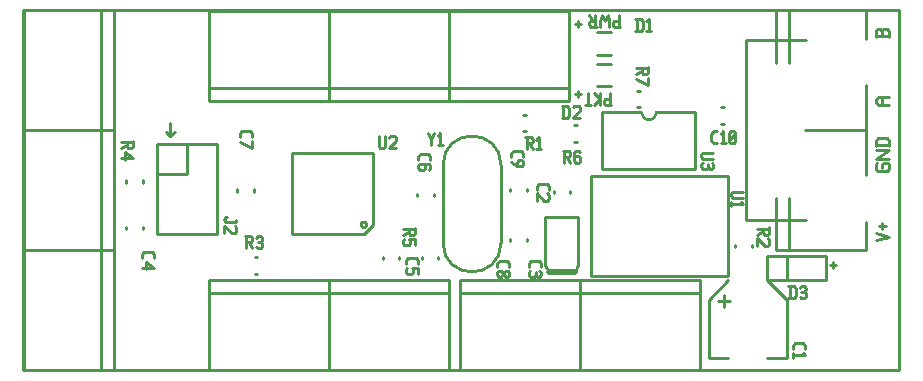
<source format=gbr>
G04 start of page 7 for group -4079 idx -4079 *
G04 Title: (unknown), topsilk *
G04 Creator: pcb 20110918 *
G04 CreationDate: Thu 04 Apr 2013 04:22:17 AM GMT UTC *
G04 For: railfan *
G04 Format: Gerber/RS-274X *
G04 PCB-Dimensions: 293000 121000 *
G04 PCB-Coordinate-Origin: lower left *
%MOIN*%
%FSLAX25Y25*%
%LNTOPSILK*%
%ADD85C,0.0200*%
%ADD84C,0.0100*%
G54D84*X500Y120500D02*X292500D01*
X500Y500D02*X292500D01*
Y120500D01*
X500D02*Y500D01*
Y40500D02*Y120500D01*
X49500Y83000D02*Y78500D01*
X51000Y80000D01*
X49500Y78500D02*X48000Y80000D01*
X199000Y119000D02*Y115000D01*
X197500D02*X199500D01*
X197500D02*X197000Y115500D01*
Y116500D02*Y115500D01*
X197500Y117000D02*X197000Y116500D01*
X197500Y117000D02*X199000D01*
X195800D02*Y115000D01*
Y117000D02*X195300Y119000D01*
X194300Y117000D01*
X193300Y119000D01*
X192800Y117000D01*
Y115000D01*
X189600D02*X191600D01*
X189600D02*X189100Y115500D01*
Y116500D02*Y115500D01*
X189600Y117000D02*X189100Y116500D01*
X189600Y117000D02*X191100D01*
Y119000D02*Y115000D01*
X190300Y117000D02*X189100Y119000D01*
X196000Y93000D02*Y89000D01*
X194500D02*X196500D01*
X194500D02*X194000Y89500D01*
Y90500D02*Y89500D01*
X194500Y91000D02*X194000Y90500D01*
X194500Y91000D02*X196000D01*
X192800Y93000D02*Y89000D01*
Y91000D02*X190800Y89000D01*
X192800Y91000D02*X190800Y93000D01*
X187600Y89000D02*X189600D01*
X188600Y93000D02*Y89000D01*
X184500Y116000D02*X186500D01*
X185500Y117000D02*Y115000D01*
X184500Y92500D02*X186500D01*
X185500Y93500D02*Y91500D01*
X284600Y69200D02*X285150Y69750D01*
X284600Y69200D02*Y67550D01*
X285150Y67000D02*X284600Y67550D01*
X285150Y67000D02*X288450D01*
X289000Y67550D01*
Y69200D02*Y67550D01*
Y69200D02*X288450Y69750D01*
X287350D02*X288450D01*
X286800Y69200D02*X287350Y69750D01*
X286800Y69200D02*Y68100D01*
X284600Y71070D02*X289000D01*
X284600D02*X289000Y73820D01*
X284600D02*X289000D01*
X284600Y75690D02*X289000D01*
X284600Y77120D02*X285370Y77890D01*
X288230D01*
X289000Y77120D02*X288230Y77890D01*
X289000Y77120D02*Y75140D01*
X284600Y77120D02*Y75140D01*
X285700Y89000D02*X289000D01*
X285700D02*X284600Y89770D01*
Y90980D02*Y89770D01*
Y90980D02*X285700Y91750D01*
X289000D01*
X286800D02*Y89000D01*
X289000Y113700D02*Y111500D01*
Y113700D02*X288450Y114250D01*
X287130D02*X288450D01*
X286580Y113700D02*X287130Y114250D01*
X286580Y113700D02*Y112050D01*
X284600D02*X289000D01*
X284600Y113700D02*Y111500D01*
Y113700D02*X285150Y114250D01*
X286030D01*
X286580Y113700D02*X286030Y114250D01*
X284600Y44000D02*X289000Y45100D01*
X284600Y46200D01*
X286800Y49720D02*Y47520D01*
X285700Y48620D02*X287900D01*
X269500Y35500D02*X271500D01*
X270500Y36500D02*Y34500D01*
X102500Y700D02*X142500D01*
X102500Y30700D02*X142500D01*
X102500Y26300D02*X142500D01*
X102500Y30700D02*Y700D01*
X142500Y30700D02*Y700D01*
X186000D02*X226000D01*
X186000Y30700D02*X226000D01*
X186000Y26300D02*X226000D01*
X186000Y30700D02*Y700D01*
X226000Y30700D02*Y700D01*
X146000D02*X186000D01*
X146000Y30700D02*X186000D01*
X146000Y26300D02*X186000D01*
X146000Y30700D02*Y700D01*
X186000Y30700D02*Y700D01*
X182755Y60436D02*Y59650D01*
X177245Y60436D02*Y59650D01*
X168255Y60936D02*Y60150D01*
X162745Y60936D02*Y60150D01*
G54D85*X175700Y33400D02*X184300D01*
G54D84*X185500Y35800D01*
Y51600D02*Y35800D01*
X174500Y51600D02*X185500D01*
X174500D02*Y35800D01*
X175700Y33400D01*
X162745Y44393D02*Y43607D01*
X168255Y44393D02*Y43607D01*
X137255Y59393D02*Y58607D01*
X131745Y59393D02*Y58607D01*
X133245Y38393D02*Y37607D01*
X138755Y38393D02*Y37607D01*
X125755Y38393D02*Y37607D01*
X120245Y38393D02*Y37607D01*
X700Y80500D02*Y40500D01*
X30700Y80500D02*Y40500D01*
X26300Y80500D02*Y40500D01*
X700Y80500D02*X30700D01*
X700Y40500D02*X30700D01*
X40255Y48350D02*Y47564D01*
X34745Y48350D02*Y47564D01*
Y63850D02*Y63064D01*
X40255Y63850D02*Y63064D01*
X77607Y38255D02*X78393D01*
X77607Y32745D02*X78393D01*
X77255Y60893D02*Y60107D01*
X71745Y60893D02*Y60107D01*
X700Y120500D02*Y80500D01*
X30700Y120500D02*Y80500D01*
X26300Y120500D02*Y80500D01*
X700Y120500D02*X30700D01*
X700Y80500D02*X30700D01*
X700Y40500D02*Y500D01*
X30700Y40500D02*Y500D01*
X26300Y40500D02*Y500D01*
X700Y40500D02*X30700D01*
X700Y500D02*X30700D01*
X45000Y76000D02*Y46000D01*
X65000D01*
Y76000D02*Y46000D01*
X45000Y76000D02*X65000D01*
X45000Y66000D02*X55000D01*
Y76000D02*Y66000D01*
X142500Y120300D02*X182500D01*
X142500Y90300D02*X182500D01*
X142500Y94700D02*X182500D01*
Y120300D02*Y90300D01*
X142500Y120300D02*Y90300D01*
X102500Y120300D02*X142500D01*
X102500Y90300D02*X142500D01*
X102500Y94700D02*X142500D01*
Y120300D02*Y90300D01*
X102500Y120300D02*Y90300D01*
X62500Y120300D02*X102500D01*
X62500Y90300D02*X102500D01*
X62500Y94700D02*X102500D01*
Y120300D02*Y90300D01*
X62500Y120300D02*Y90300D01*
X191638Y102740D02*X196362D01*
X191638Y95260D02*X196362D01*
X191543Y105760D02*X196267D01*
X191543Y113240D02*X196267D01*
X281300Y95500D02*Y80500D01*
Y120500D02*Y111000D01*
X251300Y120500D02*Y103000D01*
X255700Y120500D02*Y103000D01*
X251300Y120500D02*X281300D01*
X261000Y80500D02*X281300D01*
X241200Y110500D02*X261500D01*
X241200Y50500D02*X261500D01*
X241200Y110500D02*Y50500D01*
X205064Y93755D02*X205850D01*
X205064Y88245D02*X205850D01*
X167107Y80245D02*X167893D01*
X167107Y85755D02*X167893D01*
X184107Y76745D02*X184893D01*
X184107Y82255D02*X184893D01*
X229008Y4508D02*X235504D01*
X248496D02*X254992D01*
Y23996D02*Y4508D01*
X229008Y23996D02*Y4508D01*
X254992Y23996D02*X248496Y30492D01*
X229008Y23996D02*X235504Y30492D01*
X232000Y23500D02*X236000D01*
X234000Y25500D02*Y21500D01*
X62500Y700D02*X102500D01*
X62500Y30700D02*X102500D01*
X62500Y26300D02*X102500D01*
X62500Y30700D02*Y700D01*
X102500Y30700D02*Y700D01*
X189665Y65374D02*X235335D01*
X189665Y31910D02*X235335D01*
Y65374D02*Y31910D01*
X189665Y65374D02*Y31910D01*
X281300Y65500D02*Y80500D01*
Y50000D02*Y40500D01*
X251300Y58000D02*Y40500D01*
X255700Y58000D02*Y40500D01*
X251300D02*X281300D01*
X261000Y80500D02*X281300D01*
X248200Y30500D02*X267900D01*
X248200Y38500D02*X267900D01*
X248200Y30500D02*Y38500D01*
X267900Y30500D02*Y38500D01*
X255000Y30500D02*Y38500D01*
X233107Y88255D02*X233893D01*
X233107Y82745D02*X233893D01*
X193500Y86500D02*Y67500D01*
X224500D01*
Y86500D01*
X193500D02*X206500D01*
X224500D02*X211500D01*
X206500D02*G75*G03X211500Y86500I2500J0D01*G01*
X243255Y42393D02*Y41607D01*
X237745Y42393D02*Y41607D01*
X159646Y68992D02*Y43008D01*
X140354Y68992D02*Y43008D01*
G75*G03X159646Y43008I9646J0D01*G01*
Y68992D02*G75*G03X140354Y68992I-9646J0D01*G01*
X90121Y46121D02*X113979D01*
X90121Y72879D02*Y46121D01*
Y72879D02*X116879D01*
Y49021D01*
X113979Y46121D01*
X114979Y49021D02*G75*G03X114979Y49021I-1000J0D01*G01*
X180350Y88650D02*Y84650D01*
X181650Y88650D02*X182350Y87950D01*
Y85350D01*
X181650Y84650D02*X182350Y85350D01*
X179850Y84650D02*X181650D01*
X179850Y88650D02*X181650D01*
X183550Y88150D02*X184050Y88650D01*
X185550D01*
X186050Y88150D01*
Y87150D01*
X183550Y84650D02*X186050Y87150D01*
X183550Y84650D02*X186050D01*
X208650Y101736D02*Y99736D01*
X208150Y99236D01*
X207150D02*X208150D01*
X206650Y99736D02*X207150Y99236D01*
X206650Y101236D02*Y99736D01*
X204650Y101236D02*X208650D01*
X206650Y100436D02*X204650Y99236D01*
Y97536D02*X208650Y95536D01*
Y98036D02*Y95536D01*
X204945Y117650D02*Y113650D01*
X206245Y117650D02*X206945Y116950D01*
Y114350D01*
X206245Y113650D02*X206945Y114350D01*
X204445Y113650D02*X206245D01*
X204445Y117650D02*X206245D01*
X208145Y116850D02*X208945Y117650D01*
Y113650D01*
X208145D02*X209645D01*
X171650Y62036D02*Y60736D01*
X172350Y62736D02*X171650Y62036D01*
X172350Y62736D02*X174950D01*
X175650Y62036D01*
Y60736D01*
X175150Y59536D02*X175650Y59036D01*
Y57536D01*
X175150Y57036D01*
X174150D02*X175150D01*
X171650Y59536D02*X174150Y57036D01*
X171650Y59536D02*Y57036D01*
X163150Y72993D02*Y71693D01*
X163850Y73693D02*X163150Y72993D01*
X163850Y73693D02*X166450D01*
X167150Y72993D01*
Y71693D01*
X163150Y69993D02*X165150Y68493D01*
X166650D01*
X167150Y68993D02*X166650Y68493D01*
X167150Y69993D02*Y68993D01*
X166650Y70493D02*X167150Y69993D01*
X165650Y70493D02*X166650D01*
X165650D02*X165150Y69993D01*
Y68493D01*
X167764Y78150D02*X169764D01*
X170264Y77650D01*
Y76650D01*
X169764Y76150D02*X170264Y76650D01*
X168264Y76150D02*X169764D01*
X168264Y78150D02*Y74150D01*
X169064Y76150D02*X170264Y74150D01*
X171464Y77350D02*X172264Y78150D01*
Y74150D01*
X171464D02*X172964D01*
X249150Y48193D02*Y46193D01*
X248650Y45693D01*
X247650D02*X248650D01*
X247150Y46193D02*X247650Y45693D01*
X247150Y47693D02*Y46193D01*
X245150Y47693D02*X249150D01*
X247150Y46893D02*X245150Y45693D01*
X248650Y44493D02*X249150Y43993D01*
Y42493D01*
X248650Y41993D01*
X247650D02*X248650D01*
X245150Y44493D02*X247650Y41993D01*
X245150Y44493D02*Y41993D01*
X180307Y73650D02*X182307D01*
X182807Y73150D01*
Y72150D01*
X182307Y71650D02*X182807Y72150D01*
X180807Y71650D02*X182307D01*
X180807Y73650D02*Y69650D01*
X181607Y71650D02*X182807Y69650D01*
X185507Y73650D02*X186007Y73150D01*
X184507Y73650D02*X185507D01*
X184007Y73150D02*X184507Y73650D01*
X184007Y73150D02*Y70150D01*
X184507Y69650D01*
X185507Y71850D02*X186007Y71350D01*
X184007Y71850D02*X185507D01*
X184507Y69650D02*X185507D01*
X186007Y70150D01*
Y71350D02*Y70150D01*
X72650Y79493D02*Y78193D01*
X73350Y80193D02*X72650Y79493D01*
X73350Y80193D02*X75950D01*
X76650Y79493D01*
Y78193D01*
X72650Y76493D02*X76650Y74493D01*
Y76993D02*Y74493D01*
X37000Y77000D02*Y75000D01*
X36500Y74500D01*
X35500D02*X36500D01*
X35000Y75000D02*X35500Y74500D01*
X35000Y76500D02*Y75000D01*
X33000Y76500D02*X37000D01*
X35000Y75700D02*X33000Y74500D01*
X34500Y73300D02*X37000Y71300D01*
X34500Y73300D02*Y70800D01*
X33000Y71300D02*X37000D01*
X237000Y60000D02*X240500D01*
X237000D02*X236500Y59500D01*
Y58500D01*
X237000Y58000D01*
X240500D01*
X239700Y56800D02*X240500Y56000D01*
X236500D02*X240500D01*
X236500Y56800D02*Y55300D01*
X230507Y76150D02*X231807D01*
X229807Y76850D02*X230507Y76150D01*
X229807Y79450D02*Y76850D01*
Y79450D02*X230507Y80150D01*
X231807D01*
X233007Y79350D02*X233807Y80150D01*
Y76150D01*
X233007D02*X234507D01*
X235707Y76650D02*X236207Y76150D01*
X235707Y79650D02*Y76650D01*
Y79650D02*X236207Y80150D01*
X237207D01*
X237707Y79650D01*
Y76650D01*
X237207Y76150D02*X237707Y76650D01*
X236207Y76150D02*X237207D01*
X235707Y77150D02*X237707Y79150D01*
X227000Y73000D02*X230500D01*
X227000D02*X226500Y72500D01*
Y71500D01*
X227000Y71000D01*
X230500D01*
X230000Y69800D02*X230500Y69300D01*
Y68300D01*
X230000Y67800D01*
X226500Y68300D02*X227000Y67800D01*
X226500Y69300D02*Y68300D01*
X227000Y69800D02*X226500Y69300D01*
X228700D02*Y68300D01*
X229200Y67800D02*X230000D01*
X227000D02*X228200D01*
X228700Y68300D01*
X229200Y67800D02*X228700Y68300D01*
X257086Y8800D02*Y7500D01*
X257786Y9500D02*X257086Y8800D01*
X257786Y9500D02*X260386D01*
X261086Y8800D01*
Y7500D01*
X260286Y6300D02*X261086Y5500D01*
X257086D02*X261086D01*
X257086Y6300D02*Y4800D01*
X256000Y28500D02*Y24500D01*
X257300Y28500D02*X258000Y27800D01*
Y25200D01*
X257300Y24500D02*X258000Y25200D01*
X255500Y24500D02*X257300D01*
X255500Y28500D02*X257300D01*
X259200Y28000D02*X259700Y28500D01*
X260700D01*
X261200Y28000D01*
X260700Y24500D02*X261200Y25000D01*
X259700Y24500D02*X260700D01*
X259200Y25000D02*X259700Y24500D01*
Y26700D02*X260700D01*
X261200Y28000D02*Y27200D01*
Y26200D02*Y25000D01*
Y26200D02*X260700Y26700D01*
X261200Y27200D02*X260700Y26700D01*
X169000Y36300D02*Y35000D01*
X169700Y37000D02*X169000Y36300D01*
X169700Y37000D02*X172300D01*
X173000Y36300D01*
Y35000D01*
X172500Y33800D02*X173000Y33300D01*
Y32300D01*
X172500Y31800D01*
X169000Y32300D02*X169500Y31800D01*
X169000Y33300D02*Y32300D01*
X169500Y33800D02*X169000Y33300D01*
X171200D02*Y32300D01*
X171700Y31800D02*X172500D01*
X169500D02*X170700D01*
X171200Y32300D01*
X171700Y31800D02*X171200Y32300D01*
X158500Y36300D02*Y35000D01*
X159200Y37000D02*X158500Y36300D01*
X159200Y37000D02*X161800D01*
X162500Y36300D01*
Y35000D01*
X159000Y33800D02*X158500Y33300D01*
X159000Y33800D02*X159800D01*
X160500Y33100D01*
Y32500D01*
X159800Y31800D01*
X159000D02*X159800D01*
X158500Y32300D02*X159000Y31800D01*
X158500Y33300D02*Y32300D01*
X161200Y33800D02*X160500Y33100D01*
X161200Y33800D02*X162000D01*
X162500Y33300D01*
Y32300D01*
X162000Y31800D01*
X161200D02*X162000D01*
X160500Y32500D02*X161200Y31800D01*
X74307Y45150D02*X76307D01*
X76807Y44650D01*
Y43650D01*
X76307Y43150D02*X76807Y43650D01*
X74807Y43150D02*X76307D01*
X74807Y45150D02*Y41150D01*
X75607Y43150D02*X76807Y41150D01*
X78007Y44650D02*X78507Y45150D01*
X79507D01*
X80007Y44650D01*
X79507Y41150D02*X80007Y41650D01*
X78507Y41150D02*X79507D01*
X78007Y41650D02*X78507Y41150D01*
Y43350D02*X79507D01*
X80007Y44650D02*Y43850D01*
Y42850D02*Y41650D01*
Y42850D02*X79507Y43350D01*
X80007Y43850D02*X79507Y43350D01*
X71500Y50800D02*Y50000D01*
X68000D02*X71500D01*
X67500Y50500D02*X68000Y50000D01*
X67500Y51000D02*Y50500D01*
X68000Y51500D02*X67500Y51000D01*
X68000Y51500D02*X68500D01*
X71000Y48800D02*X71500Y48300D01*
Y46800D01*
X71000Y46300D01*
X70000D02*X71000D01*
X67500Y48800D02*X70000Y46300D01*
X67500Y48800D02*Y46300D01*
X40000Y39300D02*Y38000D01*
X40700Y40000D02*X40000Y39300D01*
X40700Y40000D02*X43300D01*
X44000Y39300D01*
Y38000D01*
X41500Y36800D02*X44000Y34800D01*
X41500Y36800D02*Y34300D01*
X40000Y34800D02*X44000D01*
X135500Y79500D02*X136500Y77500D01*
X137500Y79500D01*
X136500Y77500D02*Y75500D01*
X138700Y78700D02*X139500Y79500D01*
Y75500D01*
X138700D02*X140200D01*
X132150Y71864D02*Y70564D01*
X132850Y72564D02*X132150Y71864D01*
X132850Y72564D02*X135450D01*
X136150Y71864D01*
Y70564D01*
Y67864D02*X135650Y67364D01*
X136150Y68864D02*Y67864D01*
X135650Y69364D02*X136150Y68864D01*
X132650Y69364D02*X135650D01*
X132650D02*X132150Y68864D01*
X134350Y67864D02*X133850Y67364D01*
X134350Y69364D02*Y67864D01*
X132150Y68864D02*Y67864D01*
X132650Y67364D01*
X133850D01*
X119000Y78500D02*Y75000D01*
X119500Y74500D01*
X120500D01*
X121000Y75000D01*
Y78500D02*Y75000D01*
X122200Y78000D02*X122700Y78500D01*
X124200D01*
X124700Y78000D01*
Y77000D01*
X122200Y74500D02*X124700Y77000D01*
X122200Y74500D02*X124700D01*
X128000Y37300D02*Y36000D01*
X128700Y38000D02*X128000Y37300D01*
X128700Y38000D02*X131300D01*
X132000Y37300D01*
Y36000D01*
Y34800D02*Y32800D01*
X130000Y34800D02*X132000D01*
X130000D02*X130500Y34300D01*
Y33300D01*
X130000Y32800D01*
X128500D02*X130000D01*
X128000Y33300D02*X128500Y32800D01*
X128000Y34300D02*Y33300D01*
X128500Y34800D02*X128000Y34300D01*
X131000Y48000D02*Y46000D01*
X130500Y45500D01*
X129500D02*X130500D01*
X129000Y46000D02*X129500Y45500D01*
X129000Y47500D02*Y46000D01*
X127000Y47500D02*X131000D01*
X129000Y46700D02*X127000Y45500D01*
X131000Y44300D02*Y42300D01*
X129000Y44300D02*X131000D01*
X129000D02*X129500Y43800D01*
Y42800D01*
X129000Y42300D01*
X127500D02*X129000D01*
X127000Y42800D02*X127500Y42300D01*
X127000Y43800D02*Y42800D01*
X127500Y44300D02*X127000Y43800D01*
M02*

</source>
